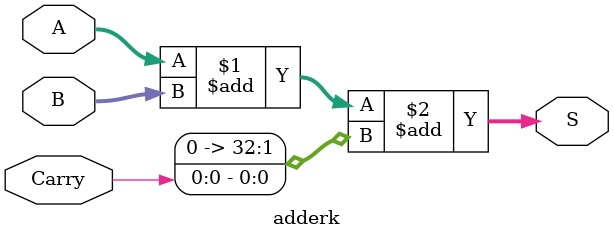
<source format=sv>
`timescale 1ns/1ps

module adderk #(
    parameter integer DATA_W = 32
)(
    input logic [DATA_W -1 :0] A,
    input logic [DATA_W -1 :0] B,
    input logic  Carry,
    output logic [DATA_W  :0] S
);
    assign S = A + B + { {DATA_W-1{1'b0}},Carry};
endmodule
</source>
